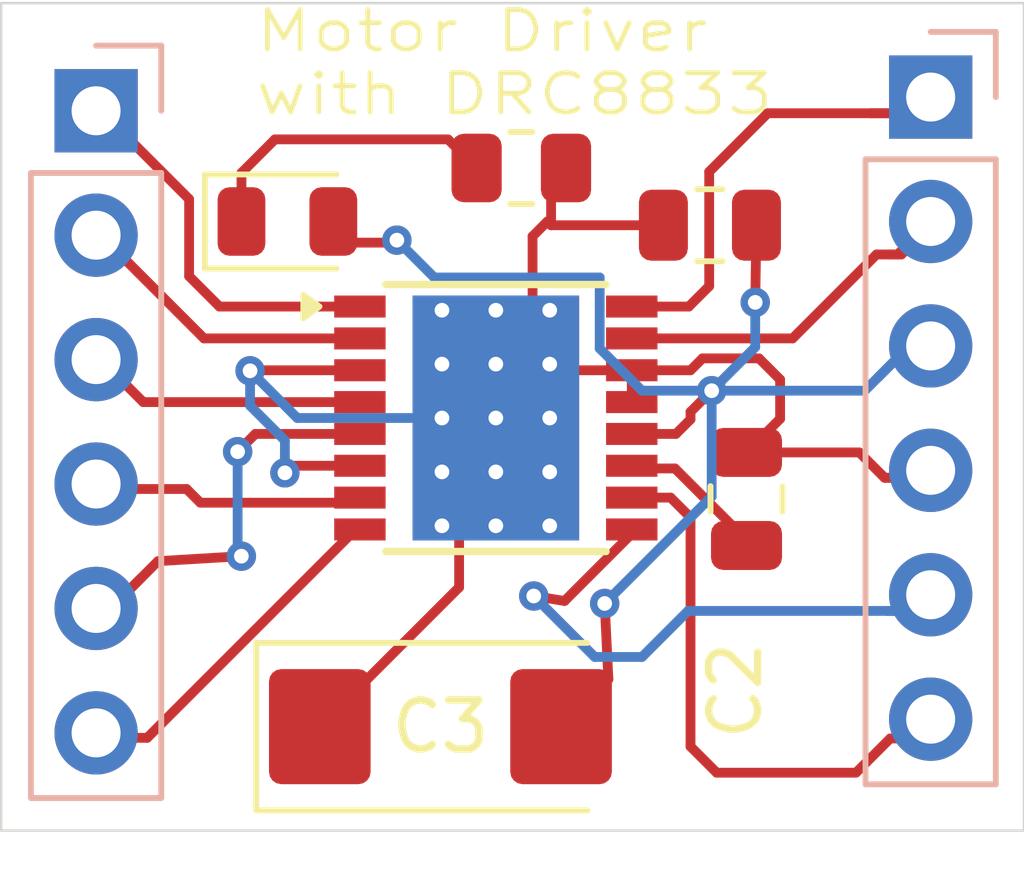
<source format=kicad_pcb>
(kicad_pcb (version 20240108) (generator "pcbnew") (generator_version "8.0")
  (layers (0 "F.Cu" signal) (31 "B.Cu" signal) (34 "B.Paste" user) (35 "F.Paste" user) (36 "B.SilkS" user "B.Silkscreen") (37 "F.SilkS" user "F.Silkscreen") (38 "B.Mask" user) (39 "F.Mask" user) (44 "Edge.Cuts" user))
  (net 0 "")
  (net 1 "GND")
  (net 2 "Net-(D1-A)")
  (net 3 "Net-(U1-VCP)")
  (net 4 "Net-(D1-K)")
  (net 5 "Net-(J1-Pin_4)")
  (net 6 "Net-(J1-Pin_2)")
  (net 7 "Net-(J1-Pin_5)")
  (net 8 "Net-(J1-Pin_6)")
  (net 9 "Net-(J1-Pin_3)")
  (net 10 "Net-(J1-Pin_1)")
  (net 11 "Net-(J2-Pin_5)")
  (net 12 "Net-(J2-Pin_6)")
  (net 13 "Net-(J2-Pin_2)")
  (net 14 "Net-(J2-Pin_1)")
  (footprint "Capacitor_SMD:C_0805_2012Metric" (layer "F.Cu") (at 132.969 97.5106 -90)
    (property "Reference" "C2" (at 3.9116 0.2286 90) (layer "F.SilkS"))
    (property "Value" "2.2uF")
    (fp_line (start -0.261252 0.735) (end 0.261252 0.735) (stroke (width 0.12)) (layer "F.SilkS"))
    (fp_line (start -0.261252 -0.735) (end 0.261252 -0.735) (stroke (width 0.12)) (layer "F.SilkS"))
    (pad "1" smd roundrect (at -0.95 0 270) (size 1 1.45) (layers "F.Cu" "F.Paste" "F.Mask") (net 1 "GND"))
    (pad "2" smd roundrect (at 0.95 0 270) (size 1 1.45) (layers "F.Cu" "F.Paste" "F.Mask") (net 3 "Net-(U1-VCP)"))
  )
  (footprint "Capacitor_SMD:C_0805_2012Metric" (layer "F.Cu") (at 132.2222 91.9226)
    (property "Reference" "C1" (hide yes))
    (property "Value" "0.1uF")
    (fp_line (start -0.261252 -0.735) (end 0.261252 -0.735) (stroke (width 0.12)) (layer "F.SilkS"))
    (fp_line (start -0.261252 0.735) (end 0.261252 0.735) (stroke (width 0.12)) (layer "F.SilkS"))
    (pad "1" smd roundrect (at -0.95 0) (size 1 1.45) (layers "F.Cu" "F.Paste" "F.Mask") (net 1 "GND"))
    (pad "2" smd roundrect (at 0.95 0) (size 1 1.45) (layers "F.Cu" "F.Paste" "F.Mask") (net 2 "Net-(D1-A)"))
  )
  (footprint "Capacitor_Tantalum_SMD:CP_EIA-6032-20_AVX-F" (layer "F.Cu") (at 126.7206 102.1588)
    (property "Reference" "C3" (at 0 0 0) (layer "F.SilkS"))
    (property "Value" "10uF")
    (fp_line (start -3.76 -1.71) (end -3.76 1.71) (stroke (width 0.12)) (layer "F.SilkS"))
    (fp_line (start -3.76 1.71) (end 3 1.71) (stroke (width 0.12)) (layer "F.SilkS"))
    (fp_line (start 3 -1.71) (end -3.76 -1.71) (stroke (width 0.12)) (layer "F.SilkS"))
    (pad "1" smd roundrect (at -2.4625 0) (size 2.075 2.35) (layers "F.Cu" "F.Paste" "F.Mask") (roundrect_rratio 0.120482) (net 1 "GND"))
    (pad "2" smd roundrect (at 2.4625 0) (size 2.075 2.35) (layers "F.Cu" "F.Paste" "F.Mask") (roundrect_rratio 0.120482) (net 2 "Net-(D1-A)"))
  )
  (footprint "LED_SMD:LED_0805_2012Metric" (layer "F.Cu") (at 123.5964 91.8464)
    (property "Reference" "D1" (hide yes))
    (property "Value" "LED")
    (fp_line (start -1.685 -0.96) (end -1.685 0.96) (stroke (width 0.12)) (layer "F.SilkS"))
    (fp_line (start -1.685 0.96) (end 1 0.96) (stroke (width 0.12)) (layer "F.SilkS"))
    (fp_line (start 1 -0.96) (end -1.685 -0.96) (stroke (width 0.12)) (layer "F.SilkS"))
    (pad "1" smd roundrect (at -0.9375 0) (size 0.975 1.4) (layers "F.Cu" "F.Paste" "F.Mask") (net 4 "Net-(D1-K)"))
    (pad "2" smd roundrect (at 0.9375 0) (size 0.975 1.4) (layers "F.Cu" "F.Paste" "F.Mask") (net 2 "Net-(D1-A)"))
  )
  (footprint "Package_SO:HTSSOP-16-1EP_4.4x5mm_P0.65mm_EP3.4x5mm_Mask3x3mm_ThermalVias" (layer "F.Cu") (at 127.8516 95.8582)
    (property "Reference" "U1" (hide yes))
    (property "Value" "DRV8833PWP")
    (fp_line (start -2.25 -2.725) (end 2.25 -2.725) (stroke (width 0.15)) (layer "F.SilkS"))
    (fp_line (start -2.25 2.725) (end 2.25 2.725) (stroke (width 0.15)) (layer "F.SilkS"))
    (fp_poly (pts (xy -3.6 -2.275) (xy -3.93 -2.515) (xy -3.93 -2.035) (xy -3.6 -2.275)) (stroke (width 0.12)) (fill solid) (layer "F.SilkS"))
    (pad "1" smd rect (at -2.775 -2.275) (size 1.05 0.45) (layers "F.Cu" "F.Paste" "F.Mask") (net 10 "Net-(J1-Pin_1)"))
    (pad "2" smd rect (at -2.775 -1.625) (size 1.05 0.45) (layers "F.Cu" "F.Paste" "F.Mask") (net 6 "Net-(J1-Pin_2)"))
    (pad "3" smd rect (at -2.775 -0.975) (size 1.05 0.45) (layers "F.Cu" "F.Paste" "F.Mask") (net 1 "GND"))
    (pad "4" smd rect (at -2.775 -0.325) (size 1.05 0.45) (layers "F.Cu" "F.Paste" "F.Mask") (net 9 "Net-(J1-Pin_3)"))
    (pad "5" smd rect (at -2.775 0.325) (size 1.05 0.45) (layers "F.Cu" "F.Paste" "F.Mask") (net 7 "Net-(J1-Pin_5)"))
    (pad "6" smd rect (at -2.775 0.975) (size 1.05 0.45) (layers "F.Cu" "F.Paste" "F.Mask") (net 1 "GND"))
    (pad "7" smd rect (at -2.775 1.625) (size 1.05 0.45) (layers "F.Cu" "F.Paste" "F.Mask") (net 5 "Net-(J1-Pin_4)"))
    (pad "8" smd rect (at -2.775 2.275) (size 1.05 0.45) (layers "F.Cu" "F.Paste" "F.Mask") (net 8 "Net-(J1-Pin_6)"))
    (pad "9" smd rect (at 2.775 2.275) (size 1.05 0.45) (layers "F.Cu" "F.Paste" "F.Mask") (net 11 "Net-(J2-Pin_5)"))
    (pad "10" smd rect (at 2.775 1.625) (size 1.05 0.45) (layers "F.Cu" "F.Paste" "F.Mask") (net 12 "Net-(J2-Pin_6)"))
    (pad "11" smd rect (at 2.775 0.975) (size 1.05 0.45) (layers "F.Cu" "F.Paste" "F.Mask") (net 3 "Net-(U1-VCP)"))
    (pad "12" smd rect (at 2.775 0.325) (size 1.05 0.45) (layers "F.Cu" "F.Paste" "F.Mask") (net 2 "Net-(D1-A)"))
    (pad "13" smd rect (at 2.775 -0.325) (size 1.05 0.45) (layers "F.Cu" "F.Paste" "F.Mask") (net 1 "GND"))
    (pad "14" smd rect (at 2.775 -0.975) (size 1.05 0.45) (layers "F.Cu" "F.Paste" "F.Mask") (net 1 "GND"))
    (pad "15" smd rect (at 2.775 -1.625) (size 1.05 0.45) (layers "F.Cu" "F.Paste" "F.Mask") (net 13 "Net-(J2-Pin_2)"))
    (pad "16" smd rect (at 2.775 -2.275) (size 1.05 0.45) (layers "F.Cu" "F.Paste" "F.Mask") (net 14 "Net-(J2-Pin_1)"))
    (pad "17" thru_hole circle (at -1.1 -2.2) (size 0.6 0.6) (drill 0.3) (layers "*.Cu") (net 1 "GND"))
    (pad "17" thru_hole circle (at -1.1 -1.1) (size 0.6 0.6) (drill 0.3) (layers "*.Cu") (net 1 "GND"))
    (pad "17" thru_hole circle (at -1.1 0) (size 0.6 0.6) (drill 0.3) (layers "*.Cu") (net 1 "GND"))
    (pad "17" thru_hole circle (at -1.1 1.1) (size 0.6 0.6) (drill 0.3) (layers "*.Cu") (net 1 "GND"))
    (pad "17" thru_hole circle (at -1.1 2.2) (size 0.6 0.6) (drill 0.3) (layers "*.Cu") (net 1 "GND"))
    (pad "17" thru_hole circle (at 0 -2.2) (size 0.6 0.6) (drill 0.3) (layers "*.Cu") (net 1 "GND"))
    (pad "17" thru_hole circle (at 0 -1.1) (size 0.6 0.6) (drill 0.3) (layers "*.Cu") (net 1 "GND"))
    (pad "17" thru_hole circle (at 0 0) (size 0.6 0.6) (drill 0.3) (layers "*.Cu") (net 1 "GND"))
    (pad "17" smd rect (at 0 0) (size 3.4 5) (layers "F.Cu") (net 1 "GND"))
    (pad "17" smd rect (at 0 0) (size 3.4 5) (layers "B.Cu") (net 1 "GND"))
    (pad "17" thru_hole circle (at 0 1.1) (size 0.6 0.6) (drill 0.3) (layers "*.Cu") (net 1 "GND"))
    (pad "17" thru_hole circle (at 0 2.2) (size 0.6 0.6) (drill 0.3) (layers "*.Cu") (net 1 "GND"))
    (pad "17" thru_hole circle (at 1.1 -2.2) (size 0.6 0.6) (drill 0.3) (layers "*.Cu") (net 1 "GND"))
    (pad "17" thru_hole circle (at 1.1 -1.1) (size 0.6 0.6) (drill 0.3) (layers "*.Cu") (net 1 "GND"))
    (pad "17" thru_hole circle (at 1.1 0) (size 0.6 0.6) (drill 0.3) (layers "*.Cu") (net 1 "GND"))
    (pad "17" thru_hole circle (at 1.1 1.1) (size 0.6 0.6) (drill 0.3) (layers "*.Cu") (net 1 "GND"))
    (pad "17" thru_hole circle (at 1.1 2.2) (size 0.6 0.6) (drill 0.3) (layers "*.Cu") (net 1 "GND"))
  )
  (footprint "Resistor_SMD:R_0805_2012Metric" (layer "F.Cu") (at 128.3716 90.7542)
    (property "Reference" "R1" (hide yes))
    (property "Value" "4.7k")
    (fp_line (start -0.227064 -0.735) (end 0.227064 -0.735) (stroke (width 0.12)) (layer "F.SilkS"))
    (fp_line (start -0.227064 0.735) (end 0.227064 0.735) (stroke (width 0.12)) (layer "F.SilkS"))
    (pad "1" smd roundrect (at -0.9125 0) (size 1.025 1.4) (layers "F.Cu" "F.Paste" "F.Mask") (roundrect_rratio 0.243902) (net 4 "Net-(D1-K)"))
    (pad "2" smd roundrect (at 0.9125 0) (size 1.025 1.4) (layers "F.Cu" "F.Paste" "F.Mask") (roundrect_rratio 0.243902) (net 1 "GND"))
  )
  (footprint "Connector_PinHeader_2.54mm:PinHeader_1x06_P2.54mm_Vertical" (layer "B.Cu") (at 136.7282 89.3064 180)
    (property "Reference" "J2" (hide yes))
    (property "Value" "Conn_01x06_Pin" (hide yes))
    (fp_line (start 1.33 -1.27) (end -1.33 -1.27) (stroke (width 0.12)) (layer "B.SilkS"))
    (fp_line (start 1.33 -14.03) (end 1.33 -1.27) (stroke (width 0.12)) (layer "B.SilkS"))
    (fp_line (start 1.33 -14.03) (end -1.33 -14.03) (stroke (width 0.12)) (layer "B.SilkS"))
    (fp_line (start 0 1.33) (end -1.33 1.33) (stroke (width 0.12)) (layer "B.SilkS"))
    (fp_line (start -1.33 1.33) (end -1.33 0) (stroke (width 0.12)) (layer "B.SilkS"))
    (fp_line (start -1.33 -14.03) (end -1.33 -1.27) (stroke (width 0.12)) (layer "B.SilkS"))
    (pad "1" thru_hole rect (at 0 0 180) (size 1.7 1.7) (drill 1) (layers "*.Cu" "*.Mask") (net 14 "Net-(J2-Pin_1)"))
    (pad "2" thru_hole oval (at 0 -2.54 180) (size 1.7 1.7) (drill 1) (layers "*.Cu" "*.Mask") (net 13 "Net-(J2-Pin_2)"))
    (pad "3" thru_hole oval (at 0 -5.08 180) (size 1.7 1.7) (drill 1) (layers "*.Cu" "*.Mask") (net 2 "Net-(D1-A)"))
    (pad "4" thru_hole oval (at 0 -7.62 180) (size 1.7 1.7) (drill 1) (layers "*.Cu" "*.Mask") (net 1 "GND"))
    (pad "5" thru_hole oval (at 0 -10.16 180) (size 1.7 1.7) (drill 1) (layers "*.Cu" "*.Mask") (net 11 "Net-(J2-Pin_5)"))
    (pad "6" thru_hole oval (at 0 -12.7 180) (size 1.7 1.7) (drill 1) (layers "*.Cu" "*.Mask") (net 12 "Net-(J2-Pin_6)"))
  )
  (footprint "Connector_PinHeader_2.54mm:PinHeader_1x06_P2.54mm_Vertical" (layer "B.Cu") (at 119.691 89.5858 180)
    (property "Reference" "J1" (hide yes))
    (property "Value" "Conn_01x06_Pin" (hide yes))
    (fp_line (start 1.33 -1.27) (end -1.33 -1.27) (stroke (width 0.12)) (layer "B.SilkS"))
    (fp_line (start 1.33 -14.03) (end 1.33 -1.27) (stroke (width 0.12)) (layer "B.SilkS"))
    (fp_line (start 1.33 -14.03) (end -1.33 -14.03) (stroke (width 0.12)) (layer "B.SilkS"))
    (fp_line (start 0 1.33) (end -1.33 1.33) (stroke (width 0.12)) (layer "B.SilkS"))
    (fp_line (start -1.33 1.33) (end -1.33 0) (stroke (width 0.12)) (layer "B.SilkS"))
    (fp_line (start -1.33 -14.03) (end -1.33 -1.27) (stroke (width 0.12)) (layer "B.SilkS"))
    (pad "1" thru_hole rect (at 0 0 180) (size 1.7 1.7) (drill 1) (layers "*.Cu" "*.Mask") (net 10 "Net-(J1-Pin_1)"))
    (pad "2" thru_hole oval (at 0 -2.54 180) (size 1.7 1.7) (drill 1) (layers "*.Cu" "*.Mask") (net 6 "Net-(J1-Pin_2)"))
    (pad "3" thru_hole oval (at 0 -5.08 180) (size 1.7 1.7) (drill 1) (layers "*.Cu" "*.Mask") (net 9 "Net-(J1-Pin_3)"))
    (pad "4" thru_hole oval (at 0 -7.62 180) (size 1.7 1.7) (drill 1) (layers "*.Cu" "*.Mask") (net 5 "Net-(J1-Pin_4)"))
    (pad "5" thru_hole oval (at 0 -10.16 180) (size 1.7 1.7) (drill 1) (layers "*.Cu" "*.Mask") (net 7 "Net-(J1-Pin_5)"))
    (pad "6" thru_hole oval (at 0 -12.7 180) (size 1.7 1.7) (drill 1) (layers "*.Cu" "*.Mask") (net 8 "Net-(J1-Pin_6)"))
  )
  (gr_rect (start 117.7544 87.3887) (end 138.6332 104.2797) (stroke (width 0.05)) (fill none) (layer "Edge.Cuts"))
  (gr_text "Motor Driver \nwith DRC8833" (at 122.8852 89.7128 0) (layer "F.SilkS") (effects (font (size 0.8 1) (thickness 0.1)) (justify left bottom)))
  (segment (start 133.223 94.6404) (end 132.069671 94.6404) (width 0.2) (layer "F.Cu") (net 1))
  (segment (start 130.6266 94.8832) (end 129.0766 94.8832) (width 0.2) (layer "F.Cu") (net 1))
  (segment (start 130.711764 95.448036) (end 130.6266 95.5332) (width 0.2) (layer "F.Cu") (net 1))
  (segment (start 131.826871 94.8832) (end 132.069671 94.6404) (width 0.2) (layer "F.Cu") (net 1))
  (segment (start 122.8852 94.8944) (end 122.8344 94.8944) (width 0.2) (layer "F.Cu") (net 1))
  (segment (start 129.0766 94.8832) (end 128.9516 94.7582) (width 0.2) (layer "F.Cu") (net 1))
  (segment (start 127.525266 96.184534) (end 127.8516 95.8582) (width 0.2) (layer "F.Cu") (net 1))
  (segment (start 127.1016 99.3153) (end 127.1016 97.3582) (width 0.2) (layer "F.Cu") (net 1))
  (segment (start 135.7884 97.0788) (end 136.652 97.0788) (width 0.2) (layer "F.Cu") (net 1))
  (segment (start 135.2702 96.5606) (end 135.7376 97.028) (width 0.2) (layer "F.Cu") (net 1))
  (segment (start 128.6016 92.1479) (end 128.6016 94.3582) (width 0.2) (layer "F.Cu") (net 1))
  (segment (start 124.9891 94.8832) (end 122.874 94.8832) (width 0.2) (layer "F.Cu") (net 1))
  (segment (start 128.9031 91.8464) (end 128.6016 92.1479) (width 0.2) (layer "F.Cu") (net 1))
  (segment (start 128.1766 95.5332) (end 127.8516 95.8582) (width 0.2) (layer "F.Cu") (net 1))
  (segment (start 128.9793 91.059) (end 129.2841 90.7542) (width 0.2) (layer "F.Cu") (net 1))
  (segment (start 132.969 96.5606) (end 135.2702 96.5606) (width 0.2) (layer "F.Cu") (net 1))
  (segment (start 130.6266 94.8832) (end 131.826871 94.8832) (width 0.2) (layer "F.Cu") (net 1))
  (segment (start 123.5456 96.9772) (end 123.5964 96.9264) (width 0.2) (layer "F.Cu") (net 1))
  (segment (start 131.2722 91.9226) (end 128.9793 91.9226) (width 0.2) (layer "F.Cu") (net 1))
  (segment (start 124.2581 102.1588) (end 127.1016 99.3153) (width 0.2) (layer "F.Cu") (net 1))
  (segment (start 136.5758 97.0788) (end 136.7282 96.9264) (width 0.2) (layer "F.Cu") (net 1))
  (segment (start 128.9793 91.9226) (end 128.9031 91.8464) (width 0.2) (layer "F.Cu") (net 1))
  (segment (start 123.6896 96.8332) (end 123.5456 96.9772) (width 0.2) (layer "F.Cu") (net 1))
  (segment (start 132.969 96.5606) (end 133.6548 95.8748) (width 0.2) (layer "F.Cu") (net 1))
  (segment (start 124.2581 102.1588) (end 124.2581 101.8794) (width 0.2) (layer "F.Cu") (net 1))
  (segment (start 128.9793 91.9226) (end 128.9793 91.059) (width 0.2) (layer "F.Cu") (net 1))
  (segment (start 130.6266 95.5332) (end 130.6266 94.8832) (width 0.2) (layer "F.Cu") (net 1))
  (segment (start 135.7884 97.0788) (end 136.5758 97.0788) (width 0.2) (layer "F.Cu") (net 1))
  (segment (start 133.6548 95.0722) (end 133.223 94.6404) (width 0.2) (layer "F.Cu") (net 1))
  (segment (start 122.8344 94.8944) (end 122.8344 94.8436) (width 0.2) (layer "F.Cu") (net 1))
  (segment (start 122.8344 94.8436) (end 122.8598 94.869) (width 0.2) (layer "F.Cu") (net 1))
  (segment (start 135.7376 97.028) (end 135.7884 97.0788) (width 0.2) (layer "F.Cu") (net 1))
  (segment (start 122.874 94.8832) (end 122.8852 94.8944) (width 0.2) (layer "F.Cu") (net 1))
  (segment (start 124.9891 96.8332) (end 123.6896 96.8332) (width 0.2) (layer "F.Cu") (net 1))
  (segment (start 133.6548 95.8748) (end 133.6548 95.0722) (width 0.2) (layer "F.Cu") (net 1))
  (via (at 122.8344 94.8944) (size 0.6) (drill 0.3) (layers "F.Cu" "B.Cu") (net 1))
  (via (at 123.5456 96.9772) (size 0.6) (drill 0.3) (layers "F.Cu" "B.Cu") (net 1))
  (segment (start 123.7982 95.8582) (end 127.8516 95.8582) (width 0.2) (layer "B.Cu") (net 1))
  (segment (start 123.5456 96.3168) (end 123.5456 96.9772) (width 0.2) (layer "B.Cu") (net 1))
  (segment (start 122.8344 95.6056) (end 123.5456 96.3168) (width 0.2) (layer "B.Cu") (net 1))
  (segment (start 122.8344 94.8944) (end 123.7982 95.8582) (width 0.2) (layer "B.Cu") (net 1))
  (segment (start 122.8344 94.8944) (end 122.8344 95.6056) (width 0.2) (layer "B.Cu") (net 1))
  (segment (start 124.5339 91.8464) (end 124.9657 92.2782) (width 0.2) (layer "F.Cu") (net 2))
  (segment (start 131.5278 96.1832) (end 131.826 95.885) (width 0.2) (layer "F.Cu") (net 2))
  (segment (start 125.7808 92.2782) (end 125.73 92.2782) (width 0.2) (layer "F.Cu") (net 2))
  (segment (start 133.1722 91.9226) (end 133.1468 93.4974) (width 0.2) (layer "F.Cu") (net 2))
  (segment (start 133.1468 93.4974) (end 133.1722 93.4212) (width 0.2) (layer "F.Cu") (net 2))
  (segment (start 129.1831 102.1588) (end 130.1496 101.1923) (width 0.2) (layer "F.Cu") (net 2))
  (segment (start 125.6792 92.2782) (end 125.8316 92.2274) (width 0.2) (layer "F.Cu") (net 2))
  (segment (start 130.7141 96.1832) (end 131.5278 96.1832) (width 0.2) (layer "F.Cu") (net 2))
  (segment (start 130.0734 99.6442) (end 130.1496 99.7712) (width 0.2) (layer "F.Cu") (net 2))
  (segment (start 130.1496 101.1923) (end 130.0734 99.6442) (width 0.2) (layer "F.Cu") (net 2))
  (segment (start 131.826 95.7326) (end 132.2578 95.3008) (width 0.2) (layer "F.Cu") (net 2))
  (segment (start 125.8316 92.2274) (end 125.7808 92.2782) (width 0.2) (layer "F.Cu") (net 2))
  (segment (start 131.826 95.885) (end 131.826 95.7326) (width 0.2) (layer "F.Cu") (net 2))
  (segment (start 124.9657 92.2782) (end 125.6792 92.2782) (width 0.2) (layer "F.Cu") (net 2))
  (segment (start 132.2578 95.3008) (end 132.207 95.4024) (width 0.2) (layer "F.Cu") (net 2))
  (via (at 130.0734 99.6442) (size 0.6) (drill 0.3) (layers "F.Cu" "B.Cu") (net 2))
  (via (at 133.1468 93.4974) (size 0.6) (drill 0.3) (layers "F.Cu" "B.Cu") (net 2))
  (via (at 125.8316 92.2274) (size 0.6) (drill 0.3) (layers "F.Cu" "B.Cu") (net 2))
  (via (at 132.2578 95.3008) (size 0.6) (drill 0.3) (layers "F.Cu" "B.Cu") (net 2))
  (segment (start 135.6614 95.0214) (end 136.144 94.5388) (width 0.2) (layer "B.Cu") (net 2))
  (segment (start 129.9718 92.9894) (end 126.5936 92.9894) (width 0.2) (layer "B.Cu") (net 2))
  (segment (start 135.382 95.3008) (end 135.6614 95.0214) (width 0.2) (layer "B.Cu") (net 2))
  (segment (start 136.2964 94.3864) (end 136.7282 94.3864) (width 0.2) (layer "B.Cu") (net 2))
  (segment (start 129.9718 94.4372) (end 129.9718 92.9894) (width 0.2) (layer "B.Cu") (net 2))
  (segment (start 132.2578 95.3008) (end 130.8354 95.3008) (width 0.2) (layer "B.Cu") (net 2))
  (segment (start 132.2578 97.4598) (end 132.2578 95.3008) (width 0.2) (layer "B.Cu") (net 2))
  (segment (start 136.144 94.5388) (end 136.652 94.5388) (width 0.2) (layer "B.Cu") (net 2))
  (segment (start 132.2578 95.3008) (end 133.1468 94.4118) (width 0.2) (layer "B.Cu") (net 2))
  (segment (start 135.6614 95.0214) (end 136.2964 94.3864) (width 0.2) (layer "B.Cu") (net 2))
  (segment (start 130.8354 95.3008) (end 129.9718 94.4372) (width 0.2) (layer "B.Cu") (net 2))
  (segment (start 133.1468 94.4118) (end 133.1468 93.4974) (width 0.2) (layer "B.Cu") (net 2))
  (segment (start 126.5936 92.9894) (end 125.8316 92.2274) (width 0.2) (layer "B.Cu") (net 2))
  (segment (start 130.0734 99.6442) (end 132.2578 97.4598) (width 0.2) (layer "B.Cu") (net 2))
  (segment (start 132.2578 95.3008) (end 135.382 95.3008) (width 0.2) (layer "B.Cu") (net 2))
  (segment (start 130.7692 96.8883) (end 130.7141 96.8332) (width 0.2) (layer "F.Cu") (net 3))
  (segment (start 132.969 98.3488) (end 131.5085 96.8883) (width 0.2) (layer "F.Cu") (net 3))
  (segment (start 131.5085 96.8883) (end 130.7692 96.8883) (width 0.2) (layer "F.Cu") (net 3))
  (segment (start 132.969 98.4606) (end 132.969 98.3488) (width 0.2) (layer "F.Cu") (net 3))
  (segment (start 122.6589 90.8535) (end 123.3424 90.17) (width 0.2) (layer "F.Cu") (net 4))
  (segment (start 123.3424 90.17) (end 126.8749 90.17) (width 0.2) (layer "F.Cu") (net 4))
  (segment (start 122.6589 91.8464) (end 122.6589 90.8535) (width 0.2) (layer "F.Cu") (net 4))
  (segment (start 126.8749 90.17) (end 127.4591 90.7542) (width 0.2) (layer "F.Cu") (net 4))
  (segment (start 124.8855 97.5868) (end 121.8184 97.5868) (width 0.2) (layer "F.Cu") (net 5))
  (segment (start 119.7926 97.3074) (end 119.691 97.2058) (width 0.2) (layer "F.Cu") (net 5))
  (segment (start 121.539 97.3074) (end 119.7926 97.3074) (width 0.2) (layer "F.Cu") (net 5))
  (segment (start 124.9891 97.4832) (end 124.8855 97.5868) (width 0.2) (layer "F.Cu") (net 5))
  (segment (start 121.8184 97.5868) (end 121.539 97.3074) (width 0.2) (layer "F.Cu") (net 5))
  (segment (start 124.9891 94.2332) (end 121.8938 94.2332) (width 0.2) (layer "F.Cu") (net 6))
  (segment (start 121.8938 94.2332) (end 119.7864 92.1258) (width 0.2) (layer "F.Cu") (net 6))
  (segment (start 119.7864 92.1258) (end 119.691 92.1258) (width 0.2) (layer "F.Cu") (net 6))
  (segment (start 120.6119 99.1235) (end 119.9896 99.7458) (width 0.2) (layer "F.Cu") (net 7))
  (segment (start 119.9896 99.7458) (end 119.691 99.7458) (width 0.2) (layer "F.Cu") (net 7))
  (segment (start 120.9548 98.7806) (end 122.6566 98.679) (width 0.2) (layer "F.Cu") (net 7))
  (segment (start 122.9426 96.1832) (end 122.5804 96.5454) (width 0.2) (layer "F.Cu") (net 7))
  (segment (start 124.9891 96.1832) (end 122.9426 96.1832) (width 0.2) (layer "F.Cu") (net 7))
  (segment (start 119.888 99.8474) (end 120.6119 99.1235) (width 0.2) (layer "F.Cu") (net 7))
  (segment (start 122.5804 96.5454) (end 122.6058 96.52) (width 0.2) (layer "F.Cu") (net 7))
  (segment (start 122.6566 98.679) (end 122.555 98.7806) (width 0.2) (layer "F.Cu") (net 7))
  (segment (start 120.6119 99.1235) (end 120.9548 98.7806) (width 0.2) (layer "F.Cu") (net 7))
  (via (at 122.5804 96.5454) (size 0.6) (drill 0.3) (layers "F.Cu" "B.Cu") (net 7))
  (via (at 122.6566 98.679) (size 0.6) (drill 0.3) (layers "F.Cu" "B.Cu") (net 7))
  (segment (start 122.5804 96.5454) (end 122.5804 98.6028) (width 0.2) (layer "B.Cu") (net 7))
  (segment (start 122.5804 98.6028) (end 122.6566 98.679) (width 0.2) (layer "B.Cu") (net 7))
  (segment (start 120.7349 102.3874) (end 119.7926 102.3874) (width 0.2) (layer "F.Cu") (net 8))
  (segment (start 120.7349 102.3874) (end 124.9891 98.1332) (width 0.2) (layer "F.Cu") (net 8))
  (segment (start 119.7926 102.3874) (end 119.691 102.2858) (width 0.2) (layer "F.Cu") (net 8))
  (segment (start 120.6538 95.5332) (end 119.7864 94.6658) (width 0.2) (layer "F.Cu") (net 9))
  (segment (start 124.9891 95.5332) (end 120.6538 95.5332) (width 0.2) (layer "F.Cu") (net 9))
  (segment (start 119.7864 94.6658) (end 119.691 94.6658) (width 0.2) (layer "F.Cu") (net 9))
  (segment (start 121.5898 92.964) (end 121.5898 91.3892) (width 0.2) (layer "F.Cu") (net 10))
  (segment (start 119.7864 89.5858) (end 119.691 89.5858) (width 0.2) (layer "F.Cu") (net 10))
  (segment (start 124.9891 93.5832) (end 122.209 93.5832) (width 0.2) (layer "F.Cu") (net 10))
  (segment (start 122.209 93.5832) (end 121.5898 92.964) (width 0.2) (layer "F.Cu") (net 10))
  (segment (start 121.5898 91.3892) (end 119.7864 89.5858) (width 0.2) (layer "F.Cu") (net 10))
  (segment (start 129.2539 99.5934) (end 128.6256 99.4918) (width 0.2) (layer "F.Cu") (net 11))
  (segment (start 130.7141 98.1332) (end 129.2539 99.5934) (width 0.2) (layer "F.Cu") (net 11))
  (segment (start 128.6256 99.4918) (end 128.6764 99.5934) (width 0.2) (layer "F.Cu") (net 11))
  (via (at 128.6256 99.4918) (size 0.6) (drill 0.3) (layers "F.Cu" "B.Cu") (net 11))
  (segment (start 128.6256 99.4918) (end 129.8702 100.7364) (width 0.2) (layer "B.Cu") (net 11))
  (segment (start 135.8392 99.7966) (end 136.398 99.7966) (width 0.2) (layer "B.Cu") (net 11))
  (segment (start 129.8702 100.7364) (end 130.8354 100.7364) (width 0.2) (layer "B.Cu") (net 11))
  (segment (start 131.7752 99.7966) (end 135.8392 99.7966) (width 0.2) (layer "B.Cu") (net 11))
  (segment (start 130.8354 100.7364) (end 131.7752 99.7966) (width 0.2) (layer "B.Cu") (net 11))
  (segment (start 136.4742 99.7966) (end 136.652 99.6188) (width 0.2) (layer "B.Cu") (net 11))
  (segment (start 136.398 99.7966) (end 136.7282 99.4664) (width 0.2) (layer "B.Cu") (net 11))
  (segment (start 135.8392 99.7966) (end 136.4742 99.7966) (width 0.2) (layer "B.Cu") (net 11))
  (segment (start 131.826 102.5652) (end 132.3594 103.0986) (width 0.2) (layer "F.Cu") (net 12))
  (segment (start 135.2042 103.0986) (end 135.9027 102.4001) (width 0.2) (layer "F.Cu") (net 12))
  (segment (start 131.420056 97.4832) (end 131.826 97.889144) (width 0.2) (layer "F.Cu") (net 12))
  (segment (start 131.826 97.889144) (end 131.826 102.5652) (width 0.2) (layer "F.Cu") (net 12))
  (segment (start 136.3345 102.4001) (end 136.7282 102.0064) (width 0.2) (layer "F.Cu") (net 12))
  (segment (start 135.9027 102.4001) (end 136.3345 102.4001) (width 0.2) (layer "F.Cu") (net 12))
  (segment (start 130.7141 97.4832) (end 131.420056 97.4832) (width 0.2) (layer "F.Cu") (net 12))
  (segment (start 132.3594 103.0986) (end 135.2042 103.0986) (width 0.2) (layer "F.Cu") (net 12))
  (segment (start 136.144 102.1588) (end 136.652 102.1588) (width 0.2) (layer "F.Cu") (net 12))
  (segment (start 133.9096 94.2332) (end 135.6233 92.5195) (width 0.2) (layer "F.Cu") (net 13))
  (segment (start 136.1313 92.5195) (end 136.652 91.9988) (width 0.2) (layer "F.Cu") (net 13))
  (segment (start 135.8646 92.5195) (end 136.0551 92.5195) (width 0.2) (layer "F.Cu") (net 13))
  (segment (start 135.8646 92.5195) (end 136.1313 92.5195) (width 0.2) (layer "F.Cu") (net 13))
  (segment (start 136.0551 92.5195) (end 136.7282 91.8464) (width 0.2) (layer "F.Cu") (net 13))
  (segment (start 135.6233 92.5195) (end 135.8646 92.5195) (width 0.2) (layer "F.Cu") (net 13))
  (segment (start 130.7141 94.2332) (end 133.9096 94.2332) (width 0.2) (layer "F.Cu") (net 13))
  (segment (start 133.4008 89.6366) (end 135.509 89.6366) (width 0.2) (layer "F.Cu") (net 14))
  (segment (start 132.207 90.8304) (end 133.4008 89.6366) (width 0.2) (layer "F.Cu") (net 14))
  (segment (start 130.7141 93.5832) (end 131.791 93.5832) (width 0.2) (layer "F.Cu") (net 14))
  (segment (start 136.4742 89.6366) (end 136.652 89.4588) (width 0.2) (layer "F.Cu") (net 14))
  (segment (start 135.509 89.6366) (end 136.4742 89.6366) (width 0.2) (layer "F.Cu") (net 14))
  (segment (start 131.791 93.5832) (end 132.207 93.1672) (width 0.2) (layer "F.Cu") (net 14))
  (segment (start 135.509 89.6366) (end 136.398 89.6366) (width 0.2) (layer "F.Cu") (net 14))
  (segment (start 132.207 93.1672) (end 132.207 90.8304) (width 0.2) (layer "F.Cu") (net 14))
  (segment (start 136.398 89.6366) (end 136.7282 89.3064) (width 0.2) (layer "F.Cu") (net 14))
)
</source>
